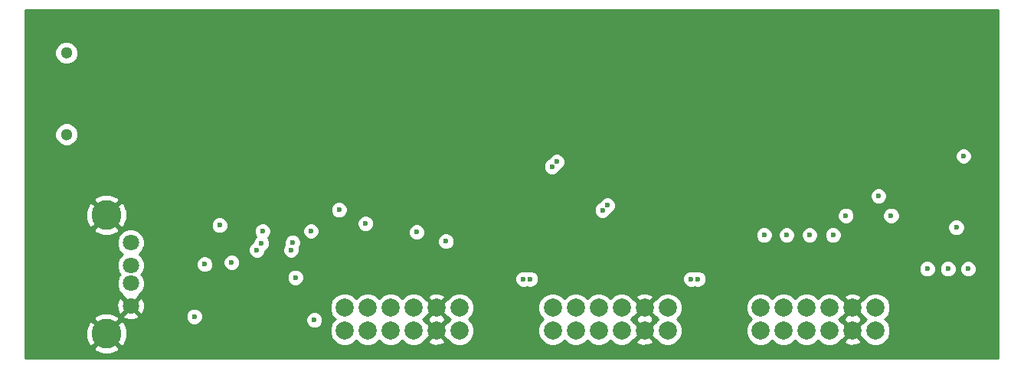
<source format=gbr>
G04 #@! TF.GenerationSoftware,KiCad,Pcbnew,5.0.2+dfsg1-1*
G04 #@! TF.CreationDate,2019-09-17T15:28:08+01:00*
G04 #@! TF.ProjectId,HDMI_SD_expansion,48444d49-5f53-4445-9f65-7870616e7369,rev?*
G04 #@! TF.SameCoordinates,Original*
G04 #@! TF.FileFunction,Copper,L2,Inr*
G04 #@! TF.FilePolarity,Positive*
%FSLAX46Y46*%
G04 Gerber Fmt 4.6, Leading zero omitted, Abs format (unit mm)*
G04 Created by KiCad (PCBNEW 5.0.2+dfsg1-1) date Tue 17 Sep 2019 15:28:08 BST*
%MOMM*%
%LPD*%
G01*
G04 APERTURE LIST*
G04 #@! TA.AperFunction,ViaPad*
%ADD10C,2.000000*%
G04 #@! TD*
G04 #@! TA.AperFunction,ViaPad*
%ADD11C,1.800000*%
G04 #@! TD*
G04 #@! TA.AperFunction,ViaPad*
%ADD12C,3.300000*%
G04 #@! TD*
G04 #@! TA.AperFunction,ViaPad*
%ADD13C,1.300000*%
G04 #@! TD*
G04 #@! TA.AperFunction,ViaPad*
%ADD14C,0.600000*%
G04 #@! TD*
G04 #@! TA.AperFunction,Conductor*
%ADD15C,0.254000*%
G04 #@! TD*
G04 APERTURE END LIST*
D10*
G04 #@! TO.N,/TDMS_D2_P*
G04 #@! TO.C,JC1*
X150651241Y-120718709D03*
G04 #@! TO.N,/TDMS_D2_N*
X153191241Y-120718709D03*
G04 #@! TO.N,/TDMS_CLK_P*
X155731241Y-120718709D03*
G04 #@! TO.N,/TDMS_CLK_N*
X158271241Y-120718709D03*
G04 #@! TO.N,GND*
X160811241Y-120718709D03*
G04 #@! TO.N,+3V3*
X163351241Y-120718709D03*
X163351241Y-118178709D03*
G04 #@! TO.N,GND*
X160811241Y-118178709D03*
G04 #@! TO.N,/TDMS_D1_N*
X158271241Y-118178709D03*
G04 #@! TO.N,/TDMS_D1_P*
X155731241Y-118178709D03*
G04 #@! TO.N,/TDMS_D0_N*
X153191241Y-118178709D03*
G04 #@! TO.N,/TDMS_D0_P*
X150651241Y-118178709D03*
G04 #@! TD*
G04 #@! TO.N,/DAT1*
G04 #@! TO.C,JD1*
X173651241Y-120718709D03*
G04 #@! TO.N,/DAT2*
X176191241Y-120718709D03*
G04 #@! TO.N,/CD*
X178731241Y-120718709D03*
G04 #@! TO.N,/NC_EN*
X181271241Y-120718709D03*
G04 #@! TO.N,GND*
X183811241Y-120718709D03*
G04 #@! TO.N,+3V3*
X186351241Y-120718709D03*
X186351241Y-118178709D03*
G04 #@! TO.N,GND*
X183811241Y-118178709D03*
G04 #@! TO.N,/SCK*
X181271241Y-118178709D03*
G04 #@! TO.N,/MISO_DAT0*
X178731241Y-118178709D03*
G04 #@! TO.N,/MOSI_CMD*
X176191241Y-118178709D03*
G04 #@! TO.N,/CD_DAT3*
X173651241Y-118178709D03*
G04 #@! TD*
G04 #@! TO.N,/GPX_USB*
G04 #@! TO.C,JB1*
X127651241Y-120718709D03*
G04 #@! TO.N,/RST_USB*
X130191241Y-120718709D03*
G04 #@! TO.N,/INT_USB*
X132731241Y-120718709D03*
G04 #@! TO.N,Net-(JB1-Pad10)*
X135271241Y-120718709D03*
G04 #@! TO.N,GND*
X137811241Y-120718709D03*
G04 #@! TO.N,+3V3*
X140351241Y-120718709D03*
X140351241Y-118178709D03*
G04 #@! TO.N,GND*
X137811241Y-118178709D03*
G04 #@! TO.N,/SCK_USB*
X135271241Y-118178709D03*
G04 #@! TO.N,/MISO_USB*
X132731241Y-118178709D03*
G04 #@! TO.N,/MOSI_USB*
X130191241Y-118178709D03*
G04 #@! TO.N,/SS_USB*
X127651241Y-118178709D03*
G04 #@! TD*
D11*
G04 #@! TO.N,GND*
G04 #@! TO.C,J5*
X104011241Y-117978709D03*
G04 #@! TO.N,/Data+*
X104011241Y-115478709D03*
G04 #@! TO.N,/Data-*
X104011241Y-113478709D03*
G04 #@! TO.N,+5V*
X104011241Y-110978709D03*
D12*
G04 #@! TO.N,GND*
X101301241Y-121048709D03*
X101301241Y-107908709D03*
G04 #@! TD*
D13*
G04 #@! TO.N,*
G04 #@! TO.C,J4*
X96901241Y-98978709D03*
X96901241Y-89978709D03*
G04 #@! TD*
D14*
G04 #@! TO.N,GND*
X199241741Y-112914709D03*
X199241741Y-96404709D03*
X188573741Y-96404709D03*
X184509741Y-105866209D03*
X191621741Y-112914709D03*
X120565241Y-122249209D03*
X135360741Y-100976709D03*
X133519241Y-100976709D03*
X110024241Y-119137709D03*
X107738241Y-117169209D03*
X107738241Y-109168209D03*
X112691241Y-117994709D03*
X132630241Y-107199709D03*
X137202241Y-113295709D03*
X135106741Y-113168729D03*
X123676741Y-114819709D03*
X111230741Y-109739709D03*
X110849741Y-106818709D03*
X94269241Y-86494209D03*
X94372741Y-102549709D03*
X105189241Y-98509209D03*
X100363241Y-96985209D03*
X100363241Y-95524709D03*
X105506741Y-94000709D03*
X100490241Y-90952709D03*
X196310500Y-106859000D03*
X132221241Y-112002709D03*
G04 #@! TO.N,/TDMS_D1_N*
X156697666Y-106847834D03*
G04 #@! TO.N,/TDMS_D1_P*
X156167334Y-107378166D03*
G04 #@! TO.N,/TDMS_D0_P*
X150579334Y-102552166D03*
G04 #@! TO.N,/TDMS_D0_N*
X151109666Y-102021834D03*
G04 #@! TO.N,/TDMS_CLK_N*
X165963500Y-114987000D03*
G04 #@! TO.N,/TDMS_CLK_P*
X166713500Y-114987000D03*
G04 #@! TO.N,/TDMS_D2_N*
X147421500Y-114987000D03*
G04 #@! TO.N,/TDMS_D2_P*
X148171500Y-114987000D03*
G04 #@! TO.N,/DAT2*
X196071241Y-101378709D03*
X195271241Y-109278709D03*
G04 #@! TO.N,+3V3*
X196574741Y-113867209D03*
X194352241Y-113867209D03*
X192066241Y-113867209D03*
X181652241Y-110120709D03*
X176508741Y-110120709D03*
X174032241Y-110120709D03*
X179048741Y-110120709D03*
X186668741Y-105802709D03*
X112183241Y-113359209D03*
X111040241Y-119137709D03*
X138853241Y-110819209D03*
X127042241Y-107326709D03*
X122216241Y-114819709D03*
G04 #@! TO.N,/MISO_DAT0*
X188071241Y-107978709D03*
X183071241Y-107978709D03*
G04 #@! TO.N,Net-(TP1-Pad1)*
X135614741Y-109803209D03*
X129963241Y-108850709D03*
G04 #@! TO.N,/RST_USB*
X118585485Y-109683185D03*
X123930741Y-109676209D03*
G04 #@! TO.N,/MISO_USB*
X118468230Y-111036978D03*
X121913254Y-110942472D03*
G04 #@! TO.N,/MOSI_USB*
X117961741Y-111771709D03*
X121733067Y-111777259D03*
G04 #@! TO.N,/GPX_USB*
X113834241Y-109041209D03*
X124311741Y-119518709D03*
G04 #@! TO.N,/INT_USB*
X115159809Y-113161526D03*
G04 #@! TD*
D15*
G04 #@! TO.N,GND*
G36*
X199916241Y-123743709D02*
X92386241Y-123743709D01*
X92386241Y-122671023D01*
X99858532Y-122671023D01*
X100036620Y-123005375D01*
X100881667Y-123340382D01*
X101790591Y-123326503D01*
X102565862Y-123005375D01*
X102743950Y-122671023D01*
X101301241Y-121228314D01*
X99858532Y-122671023D01*
X92386241Y-122671023D01*
X92386241Y-120629135D01*
X99009568Y-120629135D01*
X99023447Y-121538059D01*
X99344575Y-122313330D01*
X99678927Y-122491418D01*
X101121636Y-121048709D01*
X101480846Y-121048709D01*
X102923555Y-122491418D01*
X103257907Y-122313330D01*
X103592914Y-121468283D01*
X103579035Y-120559359D01*
X103257907Y-119784088D01*
X102923555Y-119606000D01*
X101480846Y-121048709D01*
X101121636Y-121048709D01*
X99678927Y-119606000D01*
X99344575Y-119784088D01*
X99009568Y-120629135D01*
X92386241Y-120629135D01*
X92386241Y-119426395D01*
X99858532Y-119426395D01*
X101301241Y-120869104D01*
X102743950Y-119426395D01*
X102565862Y-119092043D01*
X102482179Y-119058868D01*
X103110687Y-119058868D01*
X103197093Y-119315352D01*
X103770577Y-119525167D01*
X104380701Y-119499548D01*
X104825389Y-119315352D01*
X104911795Y-119058868D01*
X104804653Y-118951726D01*
X110105241Y-118951726D01*
X110105241Y-119323692D01*
X110247586Y-119667344D01*
X110510606Y-119930364D01*
X110854258Y-120072709D01*
X111226224Y-120072709D01*
X111569876Y-119930364D01*
X111832896Y-119667344D01*
X111971499Y-119332726D01*
X123376741Y-119332726D01*
X123376741Y-119704692D01*
X123519086Y-120048344D01*
X123782106Y-120311364D01*
X124125758Y-120453709D01*
X124497724Y-120453709D01*
X124841376Y-120311364D01*
X125104396Y-120048344D01*
X125246741Y-119704692D01*
X125246741Y-119332726D01*
X125104396Y-118989074D01*
X124841376Y-118726054D01*
X124497724Y-118583709D01*
X124125758Y-118583709D01*
X123782106Y-118726054D01*
X123519086Y-118989074D01*
X123376741Y-119332726D01*
X111971499Y-119332726D01*
X111975241Y-119323692D01*
X111975241Y-118951726D01*
X111832896Y-118608074D01*
X111569876Y-118345054D01*
X111226224Y-118202709D01*
X110854258Y-118202709D01*
X110510606Y-118345054D01*
X110247586Y-118608074D01*
X110105241Y-118951726D01*
X104804653Y-118951726D01*
X104011241Y-118158314D01*
X103110687Y-119058868D01*
X102482179Y-119058868D01*
X101720815Y-118757036D01*
X100811891Y-118770915D01*
X100036620Y-119092043D01*
X99858532Y-119426395D01*
X92386241Y-119426395D01*
X92386241Y-117738045D01*
X102464783Y-117738045D01*
X102490402Y-118348169D01*
X102674598Y-118792857D01*
X102931082Y-118879263D01*
X103831636Y-117978709D01*
X104190846Y-117978709D01*
X105091400Y-118879263D01*
X105347884Y-118792857D01*
X105557699Y-118219373D01*
X105542336Y-117853487D01*
X126016241Y-117853487D01*
X126016241Y-118503931D01*
X126265155Y-119104862D01*
X126609002Y-119448709D01*
X126265155Y-119792556D01*
X126016241Y-120393487D01*
X126016241Y-121043931D01*
X126265155Y-121644862D01*
X126725088Y-122104795D01*
X127326019Y-122353709D01*
X127976463Y-122353709D01*
X128577394Y-122104795D01*
X128921241Y-121760948D01*
X129265088Y-122104795D01*
X129866019Y-122353709D01*
X130516463Y-122353709D01*
X131117394Y-122104795D01*
X131461241Y-121760948D01*
X131805088Y-122104795D01*
X132406019Y-122353709D01*
X133056463Y-122353709D01*
X133657394Y-122104795D01*
X134001241Y-121760948D01*
X134345088Y-122104795D01*
X134946019Y-122353709D01*
X135596463Y-122353709D01*
X136197394Y-122104795D01*
X136430948Y-121871241D01*
X136838314Y-121871241D01*
X136936977Y-122138096D01*
X137546702Y-122364617D01*
X138196701Y-122340565D01*
X138685505Y-122138096D01*
X138784168Y-121871241D01*
X137811241Y-120898314D01*
X136838314Y-121871241D01*
X136430948Y-121871241D01*
X136623552Y-121678637D01*
X136658709Y-121691636D01*
X137631636Y-120718709D01*
X136658709Y-119745782D01*
X136623552Y-119758781D01*
X136313480Y-119448709D01*
X136430948Y-119331241D01*
X136838314Y-119331241D01*
X136881745Y-119448709D01*
X136838314Y-119566177D01*
X137811241Y-120539104D01*
X138784168Y-119566177D01*
X138740737Y-119448709D01*
X138784168Y-119331241D01*
X137811241Y-118358314D01*
X136838314Y-119331241D01*
X136430948Y-119331241D01*
X136623552Y-119138637D01*
X136658709Y-119151636D01*
X137631636Y-118178709D01*
X137990846Y-118178709D01*
X138963773Y-119151636D01*
X138998930Y-119138637D01*
X139309002Y-119448709D01*
X138998930Y-119758781D01*
X138963773Y-119745782D01*
X137990846Y-120718709D01*
X138963773Y-121691636D01*
X138998930Y-121678637D01*
X139425088Y-122104795D01*
X140026019Y-122353709D01*
X140676463Y-122353709D01*
X141277394Y-122104795D01*
X141737327Y-121644862D01*
X141986241Y-121043931D01*
X141986241Y-120393487D01*
X141737327Y-119792556D01*
X141393480Y-119448709D01*
X141737327Y-119104862D01*
X141986241Y-118503931D01*
X141986241Y-117853487D01*
X149016241Y-117853487D01*
X149016241Y-118503931D01*
X149265155Y-119104862D01*
X149609002Y-119448709D01*
X149265155Y-119792556D01*
X149016241Y-120393487D01*
X149016241Y-121043931D01*
X149265155Y-121644862D01*
X149725088Y-122104795D01*
X150326019Y-122353709D01*
X150976463Y-122353709D01*
X151577394Y-122104795D01*
X151921241Y-121760948D01*
X152265088Y-122104795D01*
X152866019Y-122353709D01*
X153516463Y-122353709D01*
X154117394Y-122104795D01*
X154461241Y-121760948D01*
X154805088Y-122104795D01*
X155406019Y-122353709D01*
X156056463Y-122353709D01*
X156657394Y-122104795D01*
X157001241Y-121760948D01*
X157345088Y-122104795D01*
X157946019Y-122353709D01*
X158596463Y-122353709D01*
X159197394Y-122104795D01*
X159430948Y-121871241D01*
X159838314Y-121871241D01*
X159936977Y-122138096D01*
X160546702Y-122364617D01*
X161196701Y-122340565D01*
X161685505Y-122138096D01*
X161784168Y-121871241D01*
X160811241Y-120898314D01*
X159838314Y-121871241D01*
X159430948Y-121871241D01*
X159623552Y-121678637D01*
X159658709Y-121691636D01*
X160631636Y-120718709D01*
X159658709Y-119745782D01*
X159623552Y-119758781D01*
X159313480Y-119448709D01*
X159430948Y-119331241D01*
X159838314Y-119331241D01*
X159881745Y-119448709D01*
X159838314Y-119566177D01*
X160811241Y-120539104D01*
X161784168Y-119566177D01*
X161740737Y-119448709D01*
X161784168Y-119331241D01*
X160811241Y-118358314D01*
X159838314Y-119331241D01*
X159430948Y-119331241D01*
X159623552Y-119138637D01*
X159658709Y-119151636D01*
X160631636Y-118178709D01*
X160990846Y-118178709D01*
X161963773Y-119151636D01*
X161998930Y-119138637D01*
X162309002Y-119448709D01*
X161998930Y-119758781D01*
X161963773Y-119745782D01*
X160990846Y-120718709D01*
X161963773Y-121691636D01*
X161998930Y-121678637D01*
X162425088Y-122104795D01*
X163026019Y-122353709D01*
X163676463Y-122353709D01*
X164277394Y-122104795D01*
X164737327Y-121644862D01*
X164986241Y-121043931D01*
X164986241Y-120393487D01*
X164737327Y-119792556D01*
X164393480Y-119448709D01*
X164737327Y-119104862D01*
X164986241Y-118503931D01*
X164986241Y-117853487D01*
X172016241Y-117853487D01*
X172016241Y-118503931D01*
X172265155Y-119104862D01*
X172609002Y-119448709D01*
X172265155Y-119792556D01*
X172016241Y-120393487D01*
X172016241Y-121043931D01*
X172265155Y-121644862D01*
X172725088Y-122104795D01*
X173326019Y-122353709D01*
X173976463Y-122353709D01*
X174577394Y-122104795D01*
X174921241Y-121760948D01*
X175265088Y-122104795D01*
X175866019Y-122353709D01*
X176516463Y-122353709D01*
X177117394Y-122104795D01*
X177461241Y-121760948D01*
X177805088Y-122104795D01*
X178406019Y-122353709D01*
X179056463Y-122353709D01*
X179657394Y-122104795D01*
X180001241Y-121760948D01*
X180345088Y-122104795D01*
X180946019Y-122353709D01*
X181596463Y-122353709D01*
X182197394Y-122104795D01*
X182430948Y-121871241D01*
X182838314Y-121871241D01*
X182936977Y-122138096D01*
X183546702Y-122364617D01*
X184196701Y-122340565D01*
X184685505Y-122138096D01*
X184784168Y-121871241D01*
X183811241Y-120898314D01*
X182838314Y-121871241D01*
X182430948Y-121871241D01*
X182623552Y-121678637D01*
X182658709Y-121691636D01*
X183631636Y-120718709D01*
X182658709Y-119745782D01*
X182623552Y-119758781D01*
X182313480Y-119448709D01*
X182430948Y-119331241D01*
X182838314Y-119331241D01*
X182881745Y-119448709D01*
X182838314Y-119566177D01*
X183811241Y-120539104D01*
X184784168Y-119566177D01*
X184740737Y-119448709D01*
X184784168Y-119331241D01*
X183811241Y-118358314D01*
X182838314Y-119331241D01*
X182430948Y-119331241D01*
X182623552Y-119138637D01*
X182658709Y-119151636D01*
X183631636Y-118178709D01*
X183990846Y-118178709D01*
X184963773Y-119151636D01*
X184998930Y-119138637D01*
X185309002Y-119448709D01*
X184998930Y-119758781D01*
X184963773Y-119745782D01*
X183990846Y-120718709D01*
X184963773Y-121691636D01*
X184998930Y-121678637D01*
X185425088Y-122104795D01*
X186026019Y-122353709D01*
X186676463Y-122353709D01*
X187277394Y-122104795D01*
X187737327Y-121644862D01*
X187986241Y-121043931D01*
X187986241Y-120393487D01*
X187737327Y-119792556D01*
X187393480Y-119448709D01*
X187737327Y-119104862D01*
X187986241Y-118503931D01*
X187986241Y-117853487D01*
X187737327Y-117252556D01*
X187277394Y-116792623D01*
X186676463Y-116543709D01*
X186026019Y-116543709D01*
X185425088Y-116792623D01*
X184998930Y-117218781D01*
X184963773Y-117205782D01*
X183990846Y-118178709D01*
X183631636Y-118178709D01*
X182658709Y-117205782D01*
X182623552Y-117218781D01*
X182430948Y-117026177D01*
X182838314Y-117026177D01*
X183811241Y-117999104D01*
X184784168Y-117026177D01*
X184685505Y-116759322D01*
X184075780Y-116532801D01*
X183425781Y-116556853D01*
X182936977Y-116759322D01*
X182838314Y-117026177D01*
X182430948Y-117026177D01*
X182197394Y-116792623D01*
X181596463Y-116543709D01*
X180946019Y-116543709D01*
X180345088Y-116792623D01*
X180001241Y-117136470D01*
X179657394Y-116792623D01*
X179056463Y-116543709D01*
X178406019Y-116543709D01*
X177805088Y-116792623D01*
X177461241Y-117136470D01*
X177117394Y-116792623D01*
X176516463Y-116543709D01*
X175866019Y-116543709D01*
X175265088Y-116792623D01*
X174921241Y-117136470D01*
X174577394Y-116792623D01*
X173976463Y-116543709D01*
X173326019Y-116543709D01*
X172725088Y-116792623D01*
X172265155Y-117252556D01*
X172016241Y-117853487D01*
X164986241Y-117853487D01*
X164737327Y-117252556D01*
X164277394Y-116792623D01*
X163676463Y-116543709D01*
X163026019Y-116543709D01*
X162425088Y-116792623D01*
X161998930Y-117218781D01*
X161963773Y-117205782D01*
X160990846Y-118178709D01*
X160631636Y-118178709D01*
X159658709Y-117205782D01*
X159623552Y-117218781D01*
X159430948Y-117026177D01*
X159838314Y-117026177D01*
X160811241Y-117999104D01*
X161784168Y-117026177D01*
X161685505Y-116759322D01*
X161075780Y-116532801D01*
X160425781Y-116556853D01*
X159936977Y-116759322D01*
X159838314Y-117026177D01*
X159430948Y-117026177D01*
X159197394Y-116792623D01*
X158596463Y-116543709D01*
X157946019Y-116543709D01*
X157345088Y-116792623D01*
X157001241Y-117136470D01*
X156657394Y-116792623D01*
X156056463Y-116543709D01*
X155406019Y-116543709D01*
X154805088Y-116792623D01*
X154461241Y-117136470D01*
X154117394Y-116792623D01*
X153516463Y-116543709D01*
X152866019Y-116543709D01*
X152265088Y-116792623D01*
X151921241Y-117136470D01*
X151577394Y-116792623D01*
X150976463Y-116543709D01*
X150326019Y-116543709D01*
X149725088Y-116792623D01*
X149265155Y-117252556D01*
X149016241Y-117853487D01*
X141986241Y-117853487D01*
X141737327Y-117252556D01*
X141277394Y-116792623D01*
X140676463Y-116543709D01*
X140026019Y-116543709D01*
X139425088Y-116792623D01*
X138998930Y-117218781D01*
X138963773Y-117205782D01*
X137990846Y-118178709D01*
X137631636Y-118178709D01*
X136658709Y-117205782D01*
X136623552Y-117218781D01*
X136430948Y-117026177D01*
X136838314Y-117026177D01*
X137811241Y-117999104D01*
X138784168Y-117026177D01*
X138685505Y-116759322D01*
X138075780Y-116532801D01*
X137425781Y-116556853D01*
X136936977Y-116759322D01*
X136838314Y-117026177D01*
X136430948Y-117026177D01*
X136197394Y-116792623D01*
X135596463Y-116543709D01*
X134946019Y-116543709D01*
X134345088Y-116792623D01*
X134001241Y-117136470D01*
X133657394Y-116792623D01*
X133056463Y-116543709D01*
X132406019Y-116543709D01*
X131805088Y-116792623D01*
X131461241Y-117136470D01*
X131117394Y-116792623D01*
X130516463Y-116543709D01*
X129866019Y-116543709D01*
X129265088Y-116792623D01*
X128921241Y-117136470D01*
X128577394Y-116792623D01*
X127976463Y-116543709D01*
X127326019Y-116543709D01*
X126725088Y-116792623D01*
X126265155Y-117252556D01*
X126016241Y-117853487D01*
X105542336Y-117853487D01*
X105532080Y-117609249D01*
X105347884Y-117164561D01*
X105091400Y-117078155D01*
X104190846Y-117978709D01*
X103831636Y-117978709D01*
X102931082Y-117078155D01*
X102674598Y-117164561D01*
X102464783Y-117738045D01*
X92386241Y-117738045D01*
X92386241Y-110673379D01*
X102476241Y-110673379D01*
X102476241Y-111284039D01*
X102709931Y-111848216D01*
X103090424Y-112228709D01*
X102709931Y-112609202D01*
X102476241Y-113173379D01*
X102476241Y-113784039D01*
X102709931Y-114348216D01*
X102840424Y-114478709D01*
X102709931Y-114609202D01*
X102476241Y-115173379D01*
X102476241Y-115784039D01*
X102709931Y-116348216D01*
X103141734Y-116780019D01*
X103149531Y-116783248D01*
X103110687Y-116898550D01*
X104011241Y-117799104D01*
X104911795Y-116898550D01*
X104872951Y-116783248D01*
X104880748Y-116780019D01*
X105312551Y-116348216D01*
X105546241Y-115784039D01*
X105546241Y-115173379D01*
X105322710Y-114633726D01*
X121281241Y-114633726D01*
X121281241Y-115005692D01*
X121423586Y-115349344D01*
X121686606Y-115612364D01*
X122030258Y-115754709D01*
X122402224Y-115754709D01*
X122745876Y-115612364D01*
X123008896Y-115349344D01*
X123151241Y-115005692D01*
X123151241Y-114801017D01*
X146486500Y-114801017D01*
X146486500Y-115172983D01*
X146628845Y-115516635D01*
X146891865Y-115779655D01*
X147235517Y-115922000D01*
X147607483Y-115922000D01*
X147796500Y-115843707D01*
X147985517Y-115922000D01*
X148357483Y-115922000D01*
X148701135Y-115779655D01*
X148964155Y-115516635D01*
X149106500Y-115172983D01*
X149106500Y-114801017D01*
X165028500Y-114801017D01*
X165028500Y-115172983D01*
X165170845Y-115516635D01*
X165433865Y-115779655D01*
X165777517Y-115922000D01*
X166149483Y-115922000D01*
X166338500Y-115843707D01*
X166527517Y-115922000D01*
X166899483Y-115922000D01*
X167243135Y-115779655D01*
X167506155Y-115516635D01*
X167648500Y-115172983D01*
X167648500Y-114801017D01*
X167506155Y-114457365D01*
X167243135Y-114194345D01*
X166899483Y-114052000D01*
X166527517Y-114052000D01*
X166338500Y-114130293D01*
X166149483Y-114052000D01*
X165777517Y-114052000D01*
X165433865Y-114194345D01*
X165170845Y-114457365D01*
X165028500Y-114801017D01*
X149106500Y-114801017D01*
X148964155Y-114457365D01*
X148701135Y-114194345D01*
X148357483Y-114052000D01*
X147985517Y-114052000D01*
X147796500Y-114130293D01*
X147607483Y-114052000D01*
X147235517Y-114052000D01*
X146891865Y-114194345D01*
X146628845Y-114457365D01*
X146486500Y-114801017D01*
X123151241Y-114801017D01*
X123151241Y-114633726D01*
X123008896Y-114290074D01*
X122745876Y-114027054D01*
X122402224Y-113884709D01*
X122030258Y-113884709D01*
X121686606Y-114027054D01*
X121423586Y-114290074D01*
X121281241Y-114633726D01*
X105322710Y-114633726D01*
X105312551Y-114609202D01*
X105182058Y-114478709D01*
X105312551Y-114348216D01*
X105546241Y-113784039D01*
X105546241Y-113173379D01*
X105546178Y-113173226D01*
X111248241Y-113173226D01*
X111248241Y-113545192D01*
X111390586Y-113888844D01*
X111653606Y-114151864D01*
X111997258Y-114294209D01*
X112369224Y-114294209D01*
X112712876Y-114151864D01*
X112975896Y-113888844D01*
X113118241Y-113545192D01*
X113118241Y-113173226D01*
X113036359Y-112975543D01*
X114224809Y-112975543D01*
X114224809Y-113347509D01*
X114367154Y-113691161D01*
X114630174Y-113954181D01*
X114973826Y-114096526D01*
X115345792Y-114096526D01*
X115689444Y-113954181D01*
X115952464Y-113691161D01*
X115956579Y-113681226D01*
X191131241Y-113681226D01*
X191131241Y-114053192D01*
X191273586Y-114396844D01*
X191536606Y-114659864D01*
X191880258Y-114802209D01*
X192252224Y-114802209D01*
X192595876Y-114659864D01*
X192858896Y-114396844D01*
X193001241Y-114053192D01*
X193001241Y-113681226D01*
X193417241Y-113681226D01*
X193417241Y-114053192D01*
X193559586Y-114396844D01*
X193822606Y-114659864D01*
X194166258Y-114802209D01*
X194538224Y-114802209D01*
X194881876Y-114659864D01*
X195144896Y-114396844D01*
X195287241Y-114053192D01*
X195287241Y-113681226D01*
X195639741Y-113681226D01*
X195639741Y-114053192D01*
X195782086Y-114396844D01*
X196045106Y-114659864D01*
X196388758Y-114802209D01*
X196760724Y-114802209D01*
X197104376Y-114659864D01*
X197367396Y-114396844D01*
X197509741Y-114053192D01*
X197509741Y-113681226D01*
X197367396Y-113337574D01*
X197104376Y-113074554D01*
X196760724Y-112932209D01*
X196388758Y-112932209D01*
X196045106Y-113074554D01*
X195782086Y-113337574D01*
X195639741Y-113681226D01*
X195287241Y-113681226D01*
X195144896Y-113337574D01*
X194881876Y-113074554D01*
X194538224Y-112932209D01*
X194166258Y-112932209D01*
X193822606Y-113074554D01*
X193559586Y-113337574D01*
X193417241Y-113681226D01*
X193001241Y-113681226D01*
X192858896Y-113337574D01*
X192595876Y-113074554D01*
X192252224Y-112932209D01*
X191880258Y-112932209D01*
X191536606Y-113074554D01*
X191273586Y-113337574D01*
X191131241Y-113681226D01*
X115956579Y-113681226D01*
X116094809Y-113347509D01*
X116094809Y-112975543D01*
X115952464Y-112631891D01*
X115689444Y-112368871D01*
X115345792Y-112226526D01*
X114973826Y-112226526D01*
X114630174Y-112368871D01*
X114367154Y-112631891D01*
X114224809Y-112975543D01*
X113036359Y-112975543D01*
X112975896Y-112829574D01*
X112712876Y-112566554D01*
X112369224Y-112424209D01*
X111997258Y-112424209D01*
X111653606Y-112566554D01*
X111390586Y-112829574D01*
X111248241Y-113173226D01*
X105546178Y-113173226D01*
X105312551Y-112609202D01*
X104932058Y-112228709D01*
X105312551Y-111848216D01*
X105421278Y-111585726D01*
X117026741Y-111585726D01*
X117026741Y-111957692D01*
X117169086Y-112301344D01*
X117432106Y-112564364D01*
X117775758Y-112706709D01*
X118147724Y-112706709D01*
X118491376Y-112564364D01*
X118754396Y-112301344D01*
X118896741Y-111957692D01*
X118896741Y-111871520D01*
X118997865Y-111829633D01*
X119236222Y-111591276D01*
X120798067Y-111591276D01*
X120798067Y-111963242D01*
X120940412Y-112306894D01*
X121203432Y-112569914D01*
X121547084Y-112712259D01*
X121919050Y-112712259D01*
X122262702Y-112569914D01*
X122525722Y-112306894D01*
X122668067Y-111963242D01*
X122668067Y-111591276D01*
X122644247Y-111533769D01*
X122705909Y-111472107D01*
X122848254Y-111128455D01*
X122848254Y-110756489D01*
X122705909Y-110412837D01*
X122442889Y-110149817D01*
X122099237Y-110007472D01*
X121727271Y-110007472D01*
X121383619Y-110149817D01*
X121120599Y-110412837D01*
X120978254Y-110756489D01*
X120978254Y-111128455D01*
X121002074Y-111185962D01*
X120940412Y-111247624D01*
X120798067Y-111591276D01*
X119236222Y-111591276D01*
X119260885Y-111566613D01*
X119403230Y-111222961D01*
X119403230Y-110850995D01*
X119260885Y-110507343D01*
X119172251Y-110418709D01*
X119378140Y-110212820D01*
X119520485Y-109869168D01*
X119520485Y-109497202D01*
X119517596Y-109490226D01*
X122995741Y-109490226D01*
X122995741Y-109862192D01*
X123138086Y-110205844D01*
X123401106Y-110468864D01*
X123744758Y-110611209D01*
X124116724Y-110611209D01*
X124460376Y-110468864D01*
X124723396Y-110205844D01*
X124865741Y-109862192D01*
X124865741Y-109490226D01*
X124723396Y-109146574D01*
X124460376Y-108883554D01*
X124116724Y-108741209D01*
X123744758Y-108741209D01*
X123401106Y-108883554D01*
X123138086Y-109146574D01*
X122995741Y-109490226D01*
X119517596Y-109490226D01*
X119378140Y-109153550D01*
X119115120Y-108890530D01*
X118771468Y-108748185D01*
X118399502Y-108748185D01*
X118055850Y-108890530D01*
X117792830Y-109153550D01*
X117650485Y-109497202D01*
X117650485Y-109869168D01*
X117792830Y-110212820D01*
X117881464Y-110301454D01*
X117675575Y-110507343D01*
X117533230Y-110850995D01*
X117533230Y-110937167D01*
X117432106Y-110979054D01*
X117169086Y-111242074D01*
X117026741Y-111585726D01*
X105421278Y-111585726D01*
X105546241Y-111284039D01*
X105546241Y-110673379D01*
X105312551Y-110109202D01*
X104880748Y-109677399D01*
X104316571Y-109443709D01*
X103705911Y-109443709D01*
X103141734Y-109677399D01*
X102709931Y-110109202D01*
X102476241Y-110673379D01*
X92386241Y-110673379D01*
X92386241Y-109531023D01*
X99858532Y-109531023D01*
X100036620Y-109865375D01*
X100881667Y-110200382D01*
X101790591Y-110186503D01*
X102565862Y-109865375D01*
X102743950Y-109531023D01*
X101301241Y-108088314D01*
X99858532Y-109531023D01*
X92386241Y-109531023D01*
X92386241Y-107489135D01*
X99009568Y-107489135D01*
X99023447Y-108398059D01*
X99344575Y-109173330D01*
X99678927Y-109351418D01*
X101121636Y-107908709D01*
X101480846Y-107908709D01*
X102923555Y-109351418D01*
X103257907Y-109173330D01*
X103384014Y-108855226D01*
X112899241Y-108855226D01*
X112899241Y-109227192D01*
X113041586Y-109570844D01*
X113304606Y-109833864D01*
X113648258Y-109976209D01*
X114020224Y-109976209D01*
X114363876Y-109833864D01*
X114626896Y-109570844D01*
X114769241Y-109227192D01*
X114769241Y-108855226D01*
X114690334Y-108664726D01*
X129028241Y-108664726D01*
X129028241Y-109036692D01*
X129170586Y-109380344D01*
X129433606Y-109643364D01*
X129777258Y-109785709D01*
X130149224Y-109785709D01*
X130492876Y-109643364D01*
X130519014Y-109617226D01*
X134679741Y-109617226D01*
X134679741Y-109989192D01*
X134822086Y-110332844D01*
X135085106Y-110595864D01*
X135428758Y-110738209D01*
X135800724Y-110738209D01*
X136054175Y-110633226D01*
X137918241Y-110633226D01*
X137918241Y-111005192D01*
X138060586Y-111348844D01*
X138323606Y-111611864D01*
X138667258Y-111754209D01*
X139039224Y-111754209D01*
X139382876Y-111611864D01*
X139645896Y-111348844D01*
X139788241Y-111005192D01*
X139788241Y-110633226D01*
X139645896Y-110289574D01*
X139382876Y-110026554D01*
X139161184Y-109934726D01*
X173097241Y-109934726D01*
X173097241Y-110306692D01*
X173239586Y-110650344D01*
X173502606Y-110913364D01*
X173846258Y-111055709D01*
X174218224Y-111055709D01*
X174561876Y-110913364D01*
X174824896Y-110650344D01*
X174967241Y-110306692D01*
X174967241Y-109934726D01*
X175573741Y-109934726D01*
X175573741Y-110306692D01*
X175716086Y-110650344D01*
X175979106Y-110913364D01*
X176322758Y-111055709D01*
X176694724Y-111055709D01*
X177038376Y-110913364D01*
X177301396Y-110650344D01*
X177443741Y-110306692D01*
X177443741Y-109934726D01*
X178113741Y-109934726D01*
X178113741Y-110306692D01*
X178256086Y-110650344D01*
X178519106Y-110913364D01*
X178862758Y-111055709D01*
X179234724Y-111055709D01*
X179578376Y-110913364D01*
X179841396Y-110650344D01*
X179983741Y-110306692D01*
X179983741Y-109934726D01*
X180717241Y-109934726D01*
X180717241Y-110306692D01*
X180859586Y-110650344D01*
X181122606Y-110913364D01*
X181466258Y-111055709D01*
X181838224Y-111055709D01*
X182181876Y-110913364D01*
X182444896Y-110650344D01*
X182587241Y-110306692D01*
X182587241Y-109934726D01*
X182444896Y-109591074D01*
X182181876Y-109328054D01*
X181838224Y-109185709D01*
X181466258Y-109185709D01*
X181122606Y-109328054D01*
X180859586Y-109591074D01*
X180717241Y-109934726D01*
X179983741Y-109934726D01*
X179841396Y-109591074D01*
X179578376Y-109328054D01*
X179234724Y-109185709D01*
X178862758Y-109185709D01*
X178519106Y-109328054D01*
X178256086Y-109591074D01*
X178113741Y-109934726D01*
X177443741Y-109934726D01*
X177301396Y-109591074D01*
X177038376Y-109328054D01*
X176694724Y-109185709D01*
X176322758Y-109185709D01*
X175979106Y-109328054D01*
X175716086Y-109591074D01*
X175573741Y-109934726D01*
X174967241Y-109934726D01*
X174824896Y-109591074D01*
X174561876Y-109328054D01*
X174218224Y-109185709D01*
X173846258Y-109185709D01*
X173502606Y-109328054D01*
X173239586Y-109591074D01*
X173097241Y-109934726D01*
X139161184Y-109934726D01*
X139039224Y-109884209D01*
X138667258Y-109884209D01*
X138323606Y-110026554D01*
X138060586Y-110289574D01*
X137918241Y-110633226D01*
X136054175Y-110633226D01*
X136144376Y-110595864D01*
X136407396Y-110332844D01*
X136549741Y-109989192D01*
X136549741Y-109617226D01*
X136407396Y-109273574D01*
X136226548Y-109092726D01*
X194336241Y-109092726D01*
X194336241Y-109464692D01*
X194478586Y-109808344D01*
X194741606Y-110071364D01*
X195085258Y-110213709D01*
X195457224Y-110213709D01*
X195800876Y-110071364D01*
X196063896Y-109808344D01*
X196206241Y-109464692D01*
X196206241Y-109092726D01*
X196063896Y-108749074D01*
X195800876Y-108486054D01*
X195457224Y-108343709D01*
X195085258Y-108343709D01*
X194741606Y-108486054D01*
X194478586Y-108749074D01*
X194336241Y-109092726D01*
X136226548Y-109092726D01*
X136144376Y-109010554D01*
X135800724Y-108868209D01*
X135428758Y-108868209D01*
X135085106Y-109010554D01*
X134822086Y-109273574D01*
X134679741Y-109617226D01*
X130519014Y-109617226D01*
X130755896Y-109380344D01*
X130898241Y-109036692D01*
X130898241Y-108664726D01*
X130755896Y-108321074D01*
X130492876Y-108058054D01*
X130149224Y-107915709D01*
X129777258Y-107915709D01*
X129433606Y-108058054D01*
X129170586Y-108321074D01*
X129028241Y-108664726D01*
X114690334Y-108664726D01*
X114626896Y-108511574D01*
X114363876Y-108248554D01*
X114020224Y-108106209D01*
X113648258Y-108106209D01*
X113304606Y-108248554D01*
X113041586Y-108511574D01*
X112899241Y-108855226D01*
X103384014Y-108855226D01*
X103592914Y-108328283D01*
X103579035Y-107419359D01*
X103463622Y-107140726D01*
X126107241Y-107140726D01*
X126107241Y-107512692D01*
X126249586Y-107856344D01*
X126512606Y-108119364D01*
X126856258Y-108261709D01*
X127228224Y-108261709D01*
X127571876Y-108119364D01*
X127834896Y-107856344D01*
X127977241Y-107512692D01*
X127977241Y-107192183D01*
X155232334Y-107192183D01*
X155232334Y-107564149D01*
X155374679Y-107907801D01*
X155637699Y-108170821D01*
X155981351Y-108313166D01*
X156353317Y-108313166D01*
X156696969Y-108170821D01*
X156959989Y-107907801D01*
X157007654Y-107792726D01*
X182136241Y-107792726D01*
X182136241Y-108164692D01*
X182278586Y-108508344D01*
X182541606Y-108771364D01*
X182885258Y-108913709D01*
X183257224Y-108913709D01*
X183600876Y-108771364D01*
X183863896Y-108508344D01*
X184006241Y-108164692D01*
X184006241Y-107792726D01*
X187136241Y-107792726D01*
X187136241Y-108164692D01*
X187278586Y-108508344D01*
X187541606Y-108771364D01*
X187885258Y-108913709D01*
X188257224Y-108913709D01*
X188600876Y-108771364D01*
X188863896Y-108508344D01*
X189006241Y-108164692D01*
X189006241Y-107792726D01*
X188863896Y-107449074D01*
X188600876Y-107186054D01*
X188257224Y-107043709D01*
X187885258Y-107043709D01*
X187541606Y-107186054D01*
X187278586Y-107449074D01*
X187136241Y-107792726D01*
X184006241Y-107792726D01*
X183863896Y-107449074D01*
X183600876Y-107186054D01*
X183257224Y-107043709D01*
X182885258Y-107043709D01*
X182541606Y-107186054D01*
X182278586Y-107449074D01*
X182136241Y-107792726D01*
X157007654Y-107792726D01*
X157038283Y-107718783D01*
X157227301Y-107640489D01*
X157490321Y-107377469D01*
X157632666Y-107033817D01*
X157632666Y-106661851D01*
X157490321Y-106318199D01*
X157227301Y-106055179D01*
X156883649Y-105912834D01*
X156511683Y-105912834D01*
X156168031Y-106055179D01*
X155905011Y-106318199D01*
X155826717Y-106507217D01*
X155637699Y-106585511D01*
X155374679Y-106848531D01*
X155232334Y-107192183D01*
X127977241Y-107192183D01*
X127977241Y-107140726D01*
X127834896Y-106797074D01*
X127571876Y-106534054D01*
X127228224Y-106391709D01*
X126856258Y-106391709D01*
X126512606Y-106534054D01*
X126249586Y-106797074D01*
X126107241Y-107140726D01*
X103463622Y-107140726D01*
X103257907Y-106644088D01*
X102923555Y-106466000D01*
X101480846Y-107908709D01*
X101121636Y-107908709D01*
X99678927Y-106466000D01*
X99344575Y-106644088D01*
X99009568Y-107489135D01*
X92386241Y-107489135D01*
X92386241Y-106286395D01*
X99858532Y-106286395D01*
X101301241Y-107729104D01*
X102743950Y-106286395D01*
X102565862Y-105952043D01*
X101720815Y-105617036D01*
X100811891Y-105630915D01*
X100036620Y-105952043D01*
X99858532Y-106286395D01*
X92386241Y-106286395D01*
X92386241Y-105616726D01*
X185733741Y-105616726D01*
X185733741Y-105988692D01*
X185876086Y-106332344D01*
X186139106Y-106595364D01*
X186482758Y-106737709D01*
X186854724Y-106737709D01*
X187198376Y-106595364D01*
X187461396Y-106332344D01*
X187603741Y-105988692D01*
X187603741Y-105616726D01*
X187461396Y-105273074D01*
X187198376Y-105010054D01*
X186854724Y-104867709D01*
X186482758Y-104867709D01*
X186139106Y-105010054D01*
X185876086Y-105273074D01*
X185733741Y-105616726D01*
X92386241Y-105616726D01*
X92386241Y-102366183D01*
X149644334Y-102366183D01*
X149644334Y-102738149D01*
X149786679Y-103081801D01*
X150049699Y-103344821D01*
X150393351Y-103487166D01*
X150765317Y-103487166D01*
X151108969Y-103344821D01*
X151371989Y-103081801D01*
X151450283Y-102892783D01*
X151639301Y-102814489D01*
X151902321Y-102551469D01*
X152044666Y-102207817D01*
X152044666Y-101835851D01*
X151902321Y-101492199D01*
X151639301Y-101229179D01*
X151551296Y-101192726D01*
X195136241Y-101192726D01*
X195136241Y-101564692D01*
X195278586Y-101908344D01*
X195541606Y-102171364D01*
X195885258Y-102313709D01*
X196257224Y-102313709D01*
X196600876Y-102171364D01*
X196863896Y-101908344D01*
X197006241Y-101564692D01*
X197006241Y-101192726D01*
X196863896Y-100849074D01*
X196600876Y-100586054D01*
X196257224Y-100443709D01*
X195885258Y-100443709D01*
X195541606Y-100586054D01*
X195278586Y-100849074D01*
X195136241Y-101192726D01*
X151551296Y-101192726D01*
X151295649Y-101086834D01*
X150923683Y-101086834D01*
X150580031Y-101229179D01*
X150317011Y-101492199D01*
X150238717Y-101681217D01*
X150049699Y-101759511D01*
X149786679Y-102022531D01*
X149644334Y-102366183D01*
X92386241Y-102366183D01*
X92386241Y-98723107D01*
X95616241Y-98723107D01*
X95616241Y-99234311D01*
X95811870Y-99706603D01*
X96173347Y-100068080D01*
X96645639Y-100263709D01*
X97156843Y-100263709D01*
X97629135Y-100068080D01*
X97990612Y-99706603D01*
X98186241Y-99234311D01*
X98186241Y-98723107D01*
X97990612Y-98250815D01*
X97629135Y-97889338D01*
X97156843Y-97693709D01*
X96645639Y-97693709D01*
X96173347Y-97889338D01*
X95811870Y-98250815D01*
X95616241Y-98723107D01*
X92386241Y-98723107D01*
X92386241Y-89723107D01*
X95616241Y-89723107D01*
X95616241Y-90234311D01*
X95811870Y-90706603D01*
X96173347Y-91068080D01*
X96645639Y-91263709D01*
X97156843Y-91263709D01*
X97629135Y-91068080D01*
X97990612Y-90706603D01*
X98186241Y-90234311D01*
X98186241Y-89723107D01*
X97990612Y-89250815D01*
X97629135Y-88889338D01*
X97156843Y-88693709D01*
X96645639Y-88693709D01*
X96173347Y-88889338D01*
X95811870Y-89250815D01*
X95616241Y-89723107D01*
X92386241Y-89723107D01*
X92386241Y-85213709D01*
X199916242Y-85213709D01*
X199916241Y-123743709D01*
X199916241Y-123743709D01*
G37*
X199916241Y-123743709D02*
X92386241Y-123743709D01*
X92386241Y-122671023D01*
X99858532Y-122671023D01*
X100036620Y-123005375D01*
X100881667Y-123340382D01*
X101790591Y-123326503D01*
X102565862Y-123005375D01*
X102743950Y-122671023D01*
X101301241Y-121228314D01*
X99858532Y-122671023D01*
X92386241Y-122671023D01*
X92386241Y-120629135D01*
X99009568Y-120629135D01*
X99023447Y-121538059D01*
X99344575Y-122313330D01*
X99678927Y-122491418D01*
X101121636Y-121048709D01*
X101480846Y-121048709D01*
X102923555Y-122491418D01*
X103257907Y-122313330D01*
X103592914Y-121468283D01*
X103579035Y-120559359D01*
X103257907Y-119784088D01*
X102923555Y-119606000D01*
X101480846Y-121048709D01*
X101121636Y-121048709D01*
X99678927Y-119606000D01*
X99344575Y-119784088D01*
X99009568Y-120629135D01*
X92386241Y-120629135D01*
X92386241Y-119426395D01*
X99858532Y-119426395D01*
X101301241Y-120869104D01*
X102743950Y-119426395D01*
X102565862Y-119092043D01*
X102482179Y-119058868D01*
X103110687Y-119058868D01*
X103197093Y-119315352D01*
X103770577Y-119525167D01*
X104380701Y-119499548D01*
X104825389Y-119315352D01*
X104911795Y-119058868D01*
X104804653Y-118951726D01*
X110105241Y-118951726D01*
X110105241Y-119323692D01*
X110247586Y-119667344D01*
X110510606Y-119930364D01*
X110854258Y-120072709D01*
X111226224Y-120072709D01*
X111569876Y-119930364D01*
X111832896Y-119667344D01*
X111971499Y-119332726D01*
X123376741Y-119332726D01*
X123376741Y-119704692D01*
X123519086Y-120048344D01*
X123782106Y-120311364D01*
X124125758Y-120453709D01*
X124497724Y-120453709D01*
X124841376Y-120311364D01*
X125104396Y-120048344D01*
X125246741Y-119704692D01*
X125246741Y-119332726D01*
X125104396Y-118989074D01*
X124841376Y-118726054D01*
X124497724Y-118583709D01*
X124125758Y-118583709D01*
X123782106Y-118726054D01*
X123519086Y-118989074D01*
X123376741Y-119332726D01*
X111971499Y-119332726D01*
X111975241Y-119323692D01*
X111975241Y-118951726D01*
X111832896Y-118608074D01*
X111569876Y-118345054D01*
X111226224Y-118202709D01*
X110854258Y-118202709D01*
X110510606Y-118345054D01*
X110247586Y-118608074D01*
X110105241Y-118951726D01*
X104804653Y-118951726D01*
X104011241Y-118158314D01*
X103110687Y-119058868D01*
X102482179Y-119058868D01*
X101720815Y-118757036D01*
X100811891Y-118770915D01*
X100036620Y-119092043D01*
X99858532Y-119426395D01*
X92386241Y-119426395D01*
X92386241Y-117738045D01*
X102464783Y-117738045D01*
X102490402Y-118348169D01*
X102674598Y-118792857D01*
X102931082Y-118879263D01*
X103831636Y-117978709D01*
X104190846Y-117978709D01*
X105091400Y-118879263D01*
X105347884Y-118792857D01*
X105557699Y-118219373D01*
X105542336Y-117853487D01*
X126016241Y-117853487D01*
X126016241Y-118503931D01*
X126265155Y-119104862D01*
X126609002Y-119448709D01*
X126265155Y-119792556D01*
X126016241Y-120393487D01*
X126016241Y-121043931D01*
X126265155Y-121644862D01*
X126725088Y-122104795D01*
X127326019Y-122353709D01*
X127976463Y-122353709D01*
X128577394Y-122104795D01*
X128921241Y-121760948D01*
X129265088Y-122104795D01*
X129866019Y-122353709D01*
X130516463Y-122353709D01*
X131117394Y-122104795D01*
X131461241Y-121760948D01*
X131805088Y-122104795D01*
X132406019Y-122353709D01*
X133056463Y-122353709D01*
X133657394Y-122104795D01*
X134001241Y-121760948D01*
X134345088Y-122104795D01*
X134946019Y-122353709D01*
X135596463Y-122353709D01*
X136197394Y-122104795D01*
X136430948Y-121871241D01*
X136838314Y-121871241D01*
X136936977Y-122138096D01*
X137546702Y-122364617D01*
X138196701Y-122340565D01*
X138685505Y-122138096D01*
X138784168Y-121871241D01*
X137811241Y-120898314D01*
X136838314Y-121871241D01*
X136430948Y-121871241D01*
X136623552Y-121678637D01*
X136658709Y-121691636D01*
X137631636Y-120718709D01*
X136658709Y-119745782D01*
X136623552Y-119758781D01*
X136313480Y-119448709D01*
X136430948Y-119331241D01*
X136838314Y-119331241D01*
X136881745Y-119448709D01*
X136838314Y-119566177D01*
X137811241Y-120539104D01*
X138784168Y-119566177D01*
X138740737Y-119448709D01*
X138784168Y-119331241D01*
X137811241Y-118358314D01*
X136838314Y-119331241D01*
X136430948Y-119331241D01*
X136623552Y-119138637D01*
X136658709Y-119151636D01*
X137631636Y-118178709D01*
X137990846Y-118178709D01*
X138963773Y-119151636D01*
X138998930Y-119138637D01*
X139309002Y-119448709D01*
X138998930Y-119758781D01*
X138963773Y-119745782D01*
X137990846Y-120718709D01*
X138963773Y-121691636D01*
X138998930Y-121678637D01*
X139425088Y-122104795D01*
X140026019Y-122353709D01*
X140676463Y-122353709D01*
X141277394Y-122104795D01*
X141737327Y-121644862D01*
X141986241Y-121043931D01*
X141986241Y-120393487D01*
X141737327Y-119792556D01*
X141393480Y-119448709D01*
X141737327Y-119104862D01*
X141986241Y-118503931D01*
X141986241Y-117853487D01*
X149016241Y-117853487D01*
X149016241Y-118503931D01*
X149265155Y-119104862D01*
X149609002Y-119448709D01*
X149265155Y-119792556D01*
X149016241Y-120393487D01*
X149016241Y-121043931D01*
X149265155Y-121644862D01*
X149725088Y-122104795D01*
X150326019Y-122353709D01*
X150976463Y-122353709D01*
X151577394Y-122104795D01*
X151921241Y-121760948D01*
X152265088Y-122104795D01*
X152866019Y-122353709D01*
X153516463Y-122353709D01*
X154117394Y-122104795D01*
X154461241Y-121760948D01*
X154805088Y-122104795D01*
X155406019Y-122353709D01*
X156056463Y-122353709D01*
X156657394Y-122104795D01*
X157001241Y-121760948D01*
X157345088Y-122104795D01*
X157946019Y-122353709D01*
X158596463Y-122353709D01*
X159197394Y-122104795D01*
X159430948Y-121871241D01*
X159838314Y-121871241D01*
X159936977Y-122138096D01*
X160546702Y-122364617D01*
X161196701Y-122340565D01*
X161685505Y-122138096D01*
X161784168Y-121871241D01*
X160811241Y-120898314D01*
X159838314Y-121871241D01*
X159430948Y-121871241D01*
X159623552Y-121678637D01*
X159658709Y-121691636D01*
X160631636Y-120718709D01*
X159658709Y-119745782D01*
X159623552Y-119758781D01*
X159313480Y-119448709D01*
X159430948Y-119331241D01*
X159838314Y-119331241D01*
X159881745Y-119448709D01*
X159838314Y-119566177D01*
X160811241Y-120539104D01*
X161784168Y-119566177D01*
X161740737Y-119448709D01*
X161784168Y-119331241D01*
X160811241Y-118358314D01*
X159838314Y-119331241D01*
X159430948Y-119331241D01*
X159623552Y-119138637D01*
X159658709Y-119151636D01*
X160631636Y-118178709D01*
X160990846Y-118178709D01*
X161963773Y-119151636D01*
X161998930Y-119138637D01*
X162309002Y-119448709D01*
X161998930Y-119758781D01*
X161963773Y-119745782D01*
X160990846Y-120718709D01*
X161963773Y-121691636D01*
X161998930Y-121678637D01*
X162425088Y-122104795D01*
X163026019Y-122353709D01*
X163676463Y-122353709D01*
X164277394Y-122104795D01*
X164737327Y-121644862D01*
X164986241Y-121043931D01*
X164986241Y-120393487D01*
X164737327Y-119792556D01*
X164393480Y-119448709D01*
X164737327Y-119104862D01*
X164986241Y-118503931D01*
X164986241Y-117853487D01*
X172016241Y-117853487D01*
X172016241Y-118503931D01*
X172265155Y-119104862D01*
X172609002Y-119448709D01*
X172265155Y-119792556D01*
X172016241Y-120393487D01*
X172016241Y-121043931D01*
X172265155Y-121644862D01*
X172725088Y-122104795D01*
X173326019Y-122353709D01*
X173976463Y-122353709D01*
X174577394Y-122104795D01*
X174921241Y-121760948D01*
X175265088Y-122104795D01*
X175866019Y-122353709D01*
X176516463Y-122353709D01*
X177117394Y-122104795D01*
X177461241Y-121760948D01*
X177805088Y-122104795D01*
X178406019Y-122353709D01*
X179056463Y-122353709D01*
X179657394Y-122104795D01*
X180001241Y-121760948D01*
X180345088Y-122104795D01*
X180946019Y-122353709D01*
X181596463Y-122353709D01*
X182197394Y-122104795D01*
X182430948Y-121871241D01*
X182838314Y-121871241D01*
X182936977Y-122138096D01*
X183546702Y-122364617D01*
X184196701Y-122340565D01*
X184685505Y-122138096D01*
X184784168Y-121871241D01*
X183811241Y-120898314D01*
X182838314Y-121871241D01*
X182430948Y-121871241D01*
X182623552Y-121678637D01*
X182658709Y-121691636D01*
X183631636Y-120718709D01*
X182658709Y-119745782D01*
X182623552Y-119758781D01*
X182313480Y-119448709D01*
X182430948Y-119331241D01*
X182838314Y-119331241D01*
X182881745Y-119448709D01*
X182838314Y-119566177D01*
X183811241Y-120539104D01*
X184784168Y-119566177D01*
X184740737Y-119448709D01*
X184784168Y-119331241D01*
X183811241Y-118358314D01*
X182838314Y-119331241D01*
X182430948Y-119331241D01*
X182623552Y-119138637D01*
X182658709Y-119151636D01*
X183631636Y-118178709D01*
X183990846Y-118178709D01*
X184963773Y-119151636D01*
X184998930Y-119138637D01*
X185309002Y-119448709D01*
X184998930Y-119758781D01*
X184963773Y-119745782D01*
X183990846Y-120718709D01*
X184963773Y-121691636D01*
X184998930Y-121678637D01*
X185425088Y-122104795D01*
X186026019Y-122353709D01*
X186676463Y-122353709D01*
X187277394Y-122104795D01*
X187737327Y-121644862D01*
X187986241Y-121043931D01*
X187986241Y-120393487D01*
X187737327Y-119792556D01*
X187393480Y-119448709D01*
X187737327Y-119104862D01*
X187986241Y-118503931D01*
X187986241Y-117853487D01*
X187737327Y-117252556D01*
X187277394Y-116792623D01*
X186676463Y-116543709D01*
X186026019Y-116543709D01*
X185425088Y-116792623D01*
X184998930Y-117218781D01*
X184963773Y-117205782D01*
X183990846Y-118178709D01*
X183631636Y-118178709D01*
X182658709Y-117205782D01*
X182623552Y-117218781D01*
X182430948Y-117026177D01*
X182838314Y-117026177D01*
X183811241Y-117999104D01*
X184784168Y-117026177D01*
X184685505Y-116759322D01*
X184075780Y-116532801D01*
X183425781Y-116556853D01*
X182936977Y-116759322D01*
X182838314Y-117026177D01*
X182430948Y-117026177D01*
X182197394Y-116792623D01*
X181596463Y-116543709D01*
X180946019Y-116543709D01*
X180345088Y-116792623D01*
X180001241Y-117136470D01*
X179657394Y-116792623D01*
X179056463Y-116543709D01*
X178406019Y-116543709D01*
X177805088Y-116792623D01*
X177461241Y-117136470D01*
X177117394Y-116792623D01*
X176516463Y-116543709D01*
X175866019Y-116543709D01*
X175265088Y-116792623D01*
X174921241Y-117136470D01*
X174577394Y-116792623D01*
X173976463Y-116543709D01*
X173326019Y-116543709D01*
X172725088Y-116792623D01*
X172265155Y-117252556D01*
X172016241Y-117853487D01*
X164986241Y-117853487D01*
X164737327Y-117252556D01*
X164277394Y-116792623D01*
X163676463Y-116543709D01*
X163026019Y-116543709D01*
X162425088Y-116792623D01*
X161998930Y-117218781D01*
X161963773Y-117205782D01*
X160990846Y-118178709D01*
X160631636Y-118178709D01*
X159658709Y-117205782D01*
X159623552Y-117218781D01*
X159430948Y-117026177D01*
X159838314Y-117026177D01*
X160811241Y-117999104D01*
X161784168Y-117026177D01*
X161685505Y-116759322D01*
X161075780Y-116532801D01*
X160425781Y-116556853D01*
X159936977Y-116759322D01*
X159838314Y-117026177D01*
X159430948Y-117026177D01*
X159197394Y-116792623D01*
X158596463Y-116543709D01*
X157946019Y-116543709D01*
X157345088Y-116792623D01*
X157001241Y-117136470D01*
X156657394Y-116792623D01*
X156056463Y-116543709D01*
X155406019Y-116543709D01*
X154805088Y-116792623D01*
X154461241Y-117136470D01*
X154117394Y-116792623D01*
X153516463Y-116543709D01*
X152866019Y-116543709D01*
X152265088Y-116792623D01*
X151921241Y-117136470D01*
X151577394Y-116792623D01*
X150976463Y-116543709D01*
X150326019Y-116543709D01*
X149725088Y-116792623D01*
X149265155Y-117252556D01*
X149016241Y-117853487D01*
X141986241Y-117853487D01*
X141737327Y-117252556D01*
X141277394Y-116792623D01*
X140676463Y-116543709D01*
X140026019Y-116543709D01*
X139425088Y-116792623D01*
X138998930Y-117218781D01*
X138963773Y-117205782D01*
X137990846Y-118178709D01*
X137631636Y-118178709D01*
X136658709Y-117205782D01*
X136623552Y-117218781D01*
X136430948Y-117026177D01*
X136838314Y-117026177D01*
X137811241Y-117999104D01*
X138784168Y-117026177D01*
X138685505Y-116759322D01*
X138075780Y-116532801D01*
X137425781Y-116556853D01*
X136936977Y-116759322D01*
X136838314Y-117026177D01*
X136430948Y-117026177D01*
X136197394Y-116792623D01*
X135596463Y-116543709D01*
X134946019Y-116543709D01*
X134345088Y-116792623D01*
X134001241Y-117136470D01*
X133657394Y-116792623D01*
X133056463Y-116543709D01*
X132406019Y-116543709D01*
X131805088Y-116792623D01*
X131461241Y-117136470D01*
X131117394Y-116792623D01*
X130516463Y-116543709D01*
X129866019Y-116543709D01*
X129265088Y-116792623D01*
X128921241Y-117136470D01*
X128577394Y-116792623D01*
X127976463Y-116543709D01*
X127326019Y-116543709D01*
X126725088Y-116792623D01*
X126265155Y-117252556D01*
X126016241Y-117853487D01*
X105542336Y-117853487D01*
X105532080Y-117609249D01*
X105347884Y-117164561D01*
X105091400Y-117078155D01*
X104190846Y-117978709D01*
X103831636Y-117978709D01*
X102931082Y-117078155D01*
X102674598Y-117164561D01*
X102464783Y-117738045D01*
X92386241Y-117738045D01*
X92386241Y-110673379D01*
X102476241Y-110673379D01*
X102476241Y-111284039D01*
X102709931Y-111848216D01*
X103090424Y-112228709D01*
X102709931Y-112609202D01*
X102476241Y-113173379D01*
X102476241Y-113784039D01*
X102709931Y-114348216D01*
X102840424Y-114478709D01*
X102709931Y-114609202D01*
X102476241Y-115173379D01*
X102476241Y-115784039D01*
X102709931Y-116348216D01*
X103141734Y-116780019D01*
X103149531Y-116783248D01*
X103110687Y-116898550D01*
X104011241Y-117799104D01*
X104911795Y-116898550D01*
X104872951Y-116783248D01*
X104880748Y-116780019D01*
X105312551Y-116348216D01*
X105546241Y-115784039D01*
X105546241Y-115173379D01*
X105322710Y-114633726D01*
X121281241Y-114633726D01*
X121281241Y-115005692D01*
X121423586Y-115349344D01*
X121686606Y-115612364D01*
X122030258Y-115754709D01*
X122402224Y-115754709D01*
X122745876Y-115612364D01*
X123008896Y-115349344D01*
X123151241Y-115005692D01*
X123151241Y-114801017D01*
X146486500Y-114801017D01*
X146486500Y-115172983D01*
X146628845Y-115516635D01*
X146891865Y-115779655D01*
X147235517Y-115922000D01*
X147607483Y-115922000D01*
X147796500Y-115843707D01*
X147985517Y-115922000D01*
X148357483Y-115922000D01*
X148701135Y-115779655D01*
X148964155Y-115516635D01*
X149106500Y-115172983D01*
X149106500Y-114801017D01*
X165028500Y-114801017D01*
X165028500Y-115172983D01*
X165170845Y-115516635D01*
X165433865Y-115779655D01*
X165777517Y-115922000D01*
X166149483Y-115922000D01*
X166338500Y-115843707D01*
X166527517Y-115922000D01*
X166899483Y-115922000D01*
X167243135Y-115779655D01*
X167506155Y-115516635D01*
X167648500Y-115172983D01*
X167648500Y-114801017D01*
X167506155Y-114457365D01*
X167243135Y-114194345D01*
X166899483Y-114052000D01*
X166527517Y-114052000D01*
X166338500Y-114130293D01*
X166149483Y-114052000D01*
X165777517Y-114052000D01*
X165433865Y-114194345D01*
X165170845Y-114457365D01*
X165028500Y-114801017D01*
X149106500Y-114801017D01*
X148964155Y-114457365D01*
X148701135Y-114194345D01*
X148357483Y-114052000D01*
X147985517Y-114052000D01*
X147796500Y-114130293D01*
X147607483Y-114052000D01*
X147235517Y-114052000D01*
X146891865Y-114194345D01*
X146628845Y-114457365D01*
X146486500Y-114801017D01*
X123151241Y-114801017D01*
X123151241Y-114633726D01*
X123008896Y-114290074D01*
X122745876Y-114027054D01*
X122402224Y-113884709D01*
X122030258Y-113884709D01*
X121686606Y-114027054D01*
X121423586Y-114290074D01*
X121281241Y-114633726D01*
X105322710Y-114633726D01*
X105312551Y-114609202D01*
X105182058Y-114478709D01*
X105312551Y-114348216D01*
X105546241Y-113784039D01*
X105546241Y-113173379D01*
X105546178Y-113173226D01*
X111248241Y-113173226D01*
X111248241Y-113545192D01*
X111390586Y-113888844D01*
X111653606Y-114151864D01*
X111997258Y-114294209D01*
X112369224Y-114294209D01*
X112712876Y-114151864D01*
X112975896Y-113888844D01*
X113118241Y-113545192D01*
X113118241Y-113173226D01*
X113036359Y-112975543D01*
X114224809Y-112975543D01*
X114224809Y-113347509D01*
X114367154Y-113691161D01*
X114630174Y-113954181D01*
X114973826Y-114096526D01*
X115345792Y-114096526D01*
X115689444Y-113954181D01*
X115952464Y-113691161D01*
X115956579Y-113681226D01*
X191131241Y-113681226D01*
X191131241Y-114053192D01*
X191273586Y-114396844D01*
X191536606Y-114659864D01*
X191880258Y-114802209D01*
X192252224Y-114802209D01*
X192595876Y-114659864D01*
X192858896Y-114396844D01*
X193001241Y-114053192D01*
X193001241Y-113681226D01*
X193417241Y-113681226D01*
X193417241Y-114053192D01*
X193559586Y-114396844D01*
X193822606Y-114659864D01*
X194166258Y-114802209D01*
X194538224Y-114802209D01*
X194881876Y-114659864D01*
X195144896Y-114396844D01*
X195287241Y-114053192D01*
X195287241Y-113681226D01*
X195639741Y-113681226D01*
X195639741Y-114053192D01*
X195782086Y-114396844D01*
X196045106Y-114659864D01*
X196388758Y-114802209D01*
X196760724Y-114802209D01*
X197104376Y-114659864D01*
X197367396Y-114396844D01*
X197509741Y-114053192D01*
X197509741Y-113681226D01*
X197367396Y-113337574D01*
X197104376Y-113074554D01*
X196760724Y-112932209D01*
X196388758Y-112932209D01*
X196045106Y-113074554D01*
X195782086Y-113337574D01*
X195639741Y-113681226D01*
X195287241Y-113681226D01*
X195144896Y-113337574D01*
X194881876Y-113074554D01*
X194538224Y-112932209D01*
X194166258Y-112932209D01*
X193822606Y-113074554D01*
X193559586Y-113337574D01*
X193417241Y-113681226D01*
X193001241Y-113681226D01*
X192858896Y-113337574D01*
X192595876Y-113074554D01*
X192252224Y-112932209D01*
X191880258Y-112932209D01*
X191536606Y-113074554D01*
X191273586Y-113337574D01*
X191131241Y-113681226D01*
X115956579Y-113681226D01*
X116094809Y-113347509D01*
X116094809Y-112975543D01*
X115952464Y-112631891D01*
X115689444Y-112368871D01*
X115345792Y-112226526D01*
X114973826Y-112226526D01*
X114630174Y-112368871D01*
X114367154Y-112631891D01*
X114224809Y-112975543D01*
X113036359Y-112975543D01*
X112975896Y-112829574D01*
X112712876Y-112566554D01*
X112369224Y-112424209D01*
X111997258Y-112424209D01*
X111653606Y-112566554D01*
X111390586Y-112829574D01*
X111248241Y-113173226D01*
X105546178Y-113173226D01*
X105312551Y-112609202D01*
X104932058Y-112228709D01*
X105312551Y-111848216D01*
X105421278Y-111585726D01*
X117026741Y-111585726D01*
X117026741Y-111957692D01*
X117169086Y-112301344D01*
X117432106Y-112564364D01*
X117775758Y-112706709D01*
X118147724Y-112706709D01*
X118491376Y-112564364D01*
X118754396Y-112301344D01*
X118896741Y-111957692D01*
X118896741Y-111871520D01*
X118997865Y-111829633D01*
X119236222Y-111591276D01*
X120798067Y-111591276D01*
X120798067Y-111963242D01*
X120940412Y-112306894D01*
X121203432Y-112569914D01*
X121547084Y-112712259D01*
X121919050Y-112712259D01*
X122262702Y-112569914D01*
X122525722Y-112306894D01*
X122668067Y-111963242D01*
X122668067Y-111591276D01*
X122644247Y-111533769D01*
X122705909Y-111472107D01*
X122848254Y-111128455D01*
X122848254Y-110756489D01*
X122705909Y-110412837D01*
X122442889Y-110149817D01*
X122099237Y-110007472D01*
X121727271Y-110007472D01*
X121383619Y-110149817D01*
X121120599Y-110412837D01*
X120978254Y-110756489D01*
X120978254Y-111128455D01*
X121002074Y-111185962D01*
X120940412Y-111247624D01*
X120798067Y-111591276D01*
X119236222Y-111591276D01*
X119260885Y-111566613D01*
X119403230Y-111222961D01*
X119403230Y-110850995D01*
X119260885Y-110507343D01*
X119172251Y-110418709D01*
X119378140Y-110212820D01*
X119520485Y-109869168D01*
X119520485Y-109497202D01*
X119517596Y-109490226D01*
X122995741Y-109490226D01*
X122995741Y-109862192D01*
X123138086Y-110205844D01*
X123401106Y-110468864D01*
X123744758Y-110611209D01*
X124116724Y-110611209D01*
X124460376Y-110468864D01*
X124723396Y-110205844D01*
X124865741Y-109862192D01*
X124865741Y-109490226D01*
X124723396Y-109146574D01*
X124460376Y-108883554D01*
X124116724Y-108741209D01*
X123744758Y-108741209D01*
X123401106Y-108883554D01*
X123138086Y-109146574D01*
X122995741Y-109490226D01*
X119517596Y-109490226D01*
X119378140Y-109153550D01*
X119115120Y-108890530D01*
X118771468Y-108748185D01*
X118399502Y-108748185D01*
X118055850Y-108890530D01*
X117792830Y-109153550D01*
X117650485Y-109497202D01*
X117650485Y-109869168D01*
X117792830Y-110212820D01*
X117881464Y-110301454D01*
X117675575Y-110507343D01*
X117533230Y-110850995D01*
X117533230Y-110937167D01*
X117432106Y-110979054D01*
X117169086Y-111242074D01*
X117026741Y-111585726D01*
X105421278Y-111585726D01*
X105546241Y-111284039D01*
X105546241Y-110673379D01*
X105312551Y-110109202D01*
X104880748Y-109677399D01*
X104316571Y-109443709D01*
X103705911Y-109443709D01*
X103141734Y-109677399D01*
X102709931Y-110109202D01*
X102476241Y-110673379D01*
X92386241Y-110673379D01*
X92386241Y-109531023D01*
X99858532Y-109531023D01*
X100036620Y-109865375D01*
X100881667Y-110200382D01*
X101790591Y-110186503D01*
X102565862Y-109865375D01*
X102743950Y-109531023D01*
X101301241Y-108088314D01*
X99858532Y-109531023D01*
X92386241Y-109531023D01*
X92386241Y-107489135D01*
X99009568Y-107489135D01*
X99023447Y-108398059D01*
X99344575Y-109173330D01*
X99678927Y-109351418D01*
X101121636Y-107908709D01*
X101480846Y-107908709D01*
X102923555Y-109351418D01*
X103257907Y-109173330D01*
X103384014Y-108855226D01*
X112899241Y-108855226D01*
X112899241Y-109227192D01*
X113041586Y-109570844D01*
X113304606Y-109833864D01*
X113648258Y-109976209D01*
X114020224Y-109976209D01*
X114363876Y-109833864D01*
X114626896Y-109570844D01*
X114769241Y-109227192D01*
X114769241Y-108855226D01*
X114690334Y-108664726D01*
X129028241Y-108664726D01*
X129028241Y-109036692D01*
X129170586Y-109380344D01*
X129433606Y-109643364D01*
X129777258Y-109785709D01*
X130149224Y-109785709D01*
X130492876Y-109643364D01*
X130519014Y-109617226D01*
X134679741Y-109617226D01*
X134679741Y-109989192D01*
X134822086Y-110332844D01*
X135085106Y-110595864D01*
X135428758Y-110738209D01*
X135800724Y-110738209D01*
X136054175Y-110633226D01*
X137918241Y-110633226D01*
X137918241Y-111005192D01*
X138060586Y-111348844D01*
X138323606Y-111611864D01*
X138667258Y-111754209D01*
X139039224Y-111754209D01*
X139382876Y-111611864D01*
X139645896Y-111348844D01*
X139788241Y-111005192D01*
X139788241Y-110633226D01*
X139645896Y-110289574D01*
X139382876Y-110026554D01*
X139161184Y-109934726D01*
X173097241Y-109934726D01*
X173097241Y-110306692D01*
X173239586Y-110650344D01*
X173502606Y-110913364D01*
X173846258Y-111055709D01*
X174218224Y-111055709D01*
X174561876Y-110913364D01*
X174824896Y-110650344D01*
X174967241Y-110306692D01*
X174967241Y-109934726D01*
X175573741Y-109934726D01*
X175573741Y-110306692D01*
X175716086Y-110650344D01*
X175979106Y-110913364D01*
X176322758Y-111055709D01*
X176694724Y-111055709D01*
X177038376Y-110913364D01*
X177301396Y-110650344D01*
X177443741Y-110306692D01*
X177443741Y-109934726D01*
X178113741Y-109934726D01*
X178113741Y-110306692D01*
X178256086Y-110650344D01*
X178519106Y-110913364D01*
X178862758Y-111055709D01*
X179234724Y-111055709D01*
X179578376Y-110913364D01*
X179841396Y-110650344D01*
X179983741Y-110306692D01*
X179983741Y-109934726D01*
X180717241Y-109934726D01*
X180717241Y-110306692D01*
X180859586Y-110650344D01*
X181122606Y-110913364D01*
X181466258Y-111055709D01*
X181838224Y-111055709D01*
X182181876Y-110913364D01*
X182444896Y-110650344D01*
X182587241Y-110306692D01*
X182587241Y-109934726D01*
X182444896Y-109591074D01*
X182181876Y-109328054D01*
X181838224Y-109185709D01*
X181466258Y-109185709D01*
X181122606Y-109328054D01*
X180859586Y-109591074D01*
X180717241Y-109934726D01*
X179983741Y-109934726D01*
X179841396Y-109591074D01*
X179578376Y-109328054D01*
X179234724Y-109185709D01*
X178862758Y-109185709D01*
X178519106Y-109328054D01*
X178256086Y-109591074D01*
X178113741Y-109934726D01*
X177443741Y-109934726D01*
X177301396Y-109591074D01*
X177038376Y-109328054D01*
X176694724Y-109185709D01*
X176322758Y-109185709D01*
X175979106Y-109328054D01*
X175716086Y-109591074D01*
X175573741Y-109934726D01*
X174967241Y-109934726D01*
X174824896Y-109591074D01*
X174561876Y-109328054D01*
X174218224Y-109185709D01*
X173846258Y-109185709D01*
X173502606Y-109328054D01*
X173239586Y-109591074D01*
X173097241Y-109934726D01*
X139161184Y-109934726D01*
X139039224Y-109884209D01*
X138667258Y-109884209D01*
X138323606Y-110026554D01*
X138060586Y-110289574D01*
X137918241Y-110633226D01*
X136054175Y-110633226D01*
X136144376Y-110595864D01*
X136407396Y-110332844D01*
X136549741Y-109989192D01*
X136549741Y-109617226D01*
X136407396Y-109273574D01*
X136226548Y-109092726D01*
X194336241Y-109092726D01*
X194336241Y-109464692D01*
X194478586Y-109808344D01*
X194741606Y-110071364D01*
X195085258Y-110213709D01*
X195457224Y-110213709D01*
X195800876Y-110071364D01*
X196063896Y-109808344D01*
X196206241Y-109464692D01*
X196206241Y-109092726D01*
X196063896Y-108749074D01*
X195800876Y-108486054D01*
X195457224Y-108343709D01*
X195085258Y-108343709D01*
X194741606Y-108486054D01*
X194478586Y-108749074D01*
X194336241Y-109092726D01*
X136226548Y-109092726D01*
X136144376Y-109010554D01*
X135800724Y-108868209D01*
X135428758Y-108868209D01*
X135085106Y-109010554D01*
X134822086Y-109273574D01*
X134679741Y-109617226D01*
X130519014Y-109617226D01*
X130755896Y-109380344D01*
X130898241Y-109036692D01*
X130898241Y-108664726D01*
X130755896Y-108321074D01*
X130492876Y-108058054D01*
X130149224Y-107915709D01*
X129777258Y-107915709D01*
X129433606Y-108058054D01*
X129170586Y-108321074D01*
X129028241Y-108664726D01*
X114690334Y-108664726D01*
X114626896Y-108511574D01*
X114363876Y-108248554D01*
X114020224Y-108106209D01*
X113648258Y-108106209D01*
X113304606Y-108248554D01*
X113041586Y-108511574D01*
X112899241Y-108855226D01*
X103384014Y-108855226D01*
X103592914Y-108328283D01*
X103579035Y-107419359D01*
X103463622Y-107140726D01*
X126107241Y-107140726D01*
X126107241Y-107512692D01*
X126249586Y-107856344D01*
X126512606Y-108119364D01*
X126856258Y-108261709D01*
X127228224Y-108261709D01*
X127571876Y-108119364D01*
X127834896Y-107856344D01*
X127977241Y-107512692D01*
X127977241Y-107192183D01*
X155232334Y-107192183D01*
X155232334Y-107564149D01*
X155374679Y-107907801D01*
X155637699Y-108170821D01*
X155981351Y-108313166D01*
X156353317Y-108313166D01*
X156696969Y-108170821D01*
X156959989Y-107907801D01*
X157007654Y-107792726D01*
X182136241Y-107792726D01*
X182136241Y-108164692D01*
X182278586Y-108508344D01*
X182541606Y-108771364D01*
X182885258Y-108913709D01*
X183257224Y-108913709D01*
X183600876Y-108771364D01*
X183863896Y-108508344D01*
X184006241Y-108164692D01*
X184006241Y-107792726D01*
X187136241Y-107792726D01*
X187136241Y-108164692D01*
X187278586Y-108508344D01*
X187541606Y-108771364D01*
X187885258Y-108913709D01*
X188257224Y-108913709D01*
X188600876Y-108771364D01*
X188863896Y-108508344D01*
X189006241Y-108164692D01*
X189006241Y-107792726D01*
X188863896Y-107449074D01*
X188600876Y-107186054D01*
X188257224Y-107043709D01*
X187885258Y-107043709D01*
X187541606Y-107186054D01*
X187278586Y-107449074D01*
X187136241Y-107792726D01*
X184006241Y-107792726D01*
X183863896Y-107449074D01*
X183600876Y-107186054D01*
X183257224Y-107043709D01*
X182885258Y-107043709D01*
X182541606Y-107186054D01*
X182278586Y-107449074D01*
X182136241Y-107792726D01*
X157007654Y-107792726D01*
X157038283Y-107718783D01*
X157227301Y-107640489D01*
X157490321Y-107377469D01*
X157632666Y-107033817D01*
X157632666Y-106661851D01*
X157490321Y-106318199D01*
X157227301Y-106055179D01*
X156883649Y-105912834D01*
X156511683Y-105912834D01*
X156168031Y-106055179D01*
X155905011Y-106318199D01*
X155826717Y-106507217D01*
X155637699Y-106585511D01*
X155374679Y-106848531D01*
X155232334Y-107192183D01*
X127977241Y-107192183D01*
X127977241Y-107140726D01*
X127834896Y-106797074D01*
X127571876Y-106534054D01*
X127228224Y-106391709D01*
X126856258Y-106391709D01*
X126512606Y-106534054D01*
X126249586Y-106797074D01*
X126107241Y-107140726D01*
X103463622Y-107140726D01*
X103257907Y-106644088D01*
X102923555Y-106466000D01*
X101480846Y-107908709D01*
X101121636Y-107908709D01*
X99678927Y-106466000D01*
X99344575Y-106644088D01*
X99009568Y-107489135D01*
X92386241Y-107489135D01*
X92386241Y-106286395D01*
X99858532Y-106286395D01*
X101301241Y-107729104D01*
X102743950Y-106286395D01*
X102565862Y-105952043D01*
X101720815Y-105617036D01*
X100811891Y-105630915D01*
X100036620Y-105952043D01*
X99858532Y-106286395D01*
X92386241Y-106286395D01*
X92386241Y-105616726D01*
X185733741Y-105616726D01*
X185733741Y-105988692D01*
X185876086Y-106332344D01*
X186139106Y-106595364D01*
X186482758Y-106737709D01*
X186854724Y-106737709D01*
X187198376Y-106595364D01*
X187461396Y-106332344D01*
X187603741Y-105988692D01*
X187603741Y-105616726D01*
X187461396Y-105273074D01*
X187198376Y-105010054D01*
X186854724Y-104867709D01*
X186482758Y-104867709D01*
X186139106Y-105010054D01*
X185876086Y-105273074D01*
X185733741Y-105616726D01*
X92386241Y-105616726D01*
X92386241Y-102366183D01*
X149644334Y-102366183D01*
X149644334Y-102738149D01*
X149786679Y-103081801D01*
X150049699Y-103344821D01*
X150393351Y-103487166D01*
X150765317Y-103487166D01*
X151108969Y-103344821D01*
X151371989Y-103081801D01*
X151450283Y-102892783D01*
X151639301Y-102814489D01*
X151902321Y-102551469D01*
X152044666Y-102207817D01*
X152044666Y-101835851D01*
X151902321Y-101492199D01*
X151639301Y-101229179D01*
X151551296Y-101192726D01*
X195136241Y-101192726D01*
X195136241Y-101564692D01*
X195278586Y-101908344D01*
X195541606Y-102171364D01*
X195885258Y-102313709D01*
X196257224Y-102313709D01*
X196600876Y-102171364D01*
X196863896Y-101908344D01*
X197006241Y-101564692D01*
X197006241Y-101192726D01*
X196863896Y-100849074D01*
X196600876Y-100586054D01*
X196257224Y-100443709D01*
X195885258Y-100443709D01*
X195541606Y-100586054D01*
X195278586Y-100849074D01*
X195136241Y-101192726D01*
X151551296Y-101192726D01*
X151295649Y-101086834D01*
X150923683Y-101086834D01*
X150580031Y-101229179D01*
X150317011Y-101492199D01*
X150238717Y-101681217D01*
X150049699Y-101759511D01*
X149786679Y-102022531D01*
X149644334Y-102366183D01*
X92386241Y-102366183D01*
X92386241Y-98723107D01*
X95616241Y-98723107D01*
X95616241Y-99234311D01*
X95811870Y-99706603D01*
X96173347Y-100068080D01*
X96645639Y-100263709D01*
X97156843Y-100263709D01*
X97629135Y-100068080D01*
X97990612Y-99706603D01*
X98186241Y-99234311D01*
X98186241Y-98723107D01*
X97990612Y-98250815D01*
X97629135Y-97889338D01*
X97156843Y-97693709D01*
X96645639Y-97693709D01*
X96173347Y-97889338D01*
X95811870Y-98250815D01*
X95616241Y-98723107D01*
X92386241Y-98723107D01*
X92386241Y-89723107D01*
X95616241Y-89723107D01*
X95616241Y-90234311D01*
X95811870Y-90706603D01*
X96173347Y-91068080D01*
X96645639Y-91263709D01*
X97156843Y-91263709D01*
X97629135Y-91068080D01*
X97990612Y-90706603D01*
X98186241Y-90234311D01*
X98186241Y-89723107D01*
X97990612Y-89250815D01*
X97629135Y-88889338D01*
X97156843Y-88693709D01*
X96645639Y-88693709D01*
X96173347Y-88889338D01*
X95811870Y-89250815D01*
X95616241Y-89723107D01*
X92386241Y-89723107D01*
X92386241Y-85213709D01*
X199916242Y-85213709D01*
X199916241Y-123743709D01*
G04 #@! TD*
M02*

</source>
